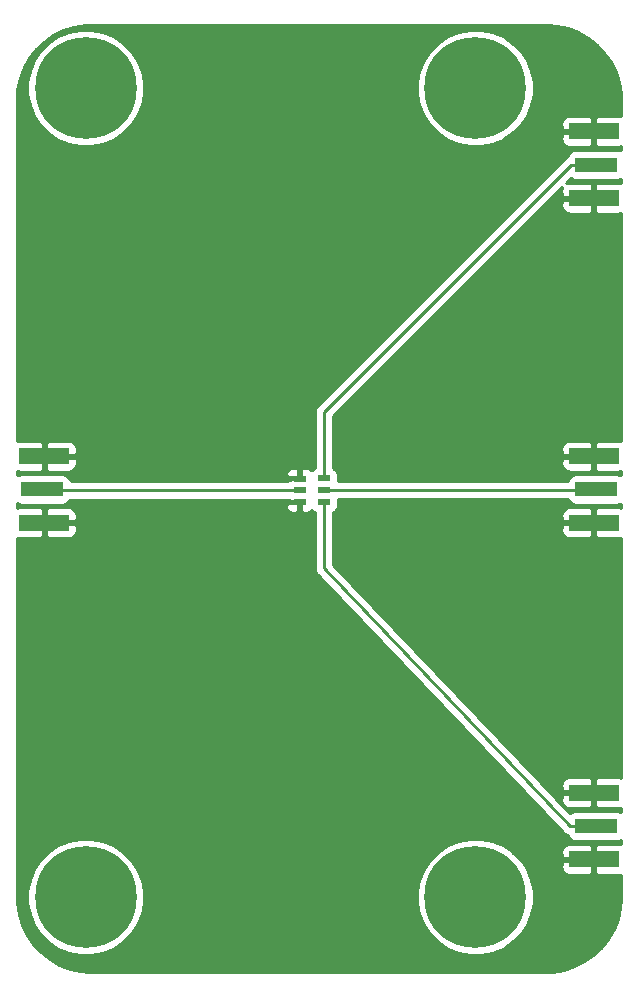
<source format=gbr>
%TF.GenerationSoftware,KiCad,Pcbnew,(5.1.6)-1*%
%TF.CreationDate,2020-10-09T05:29:33-04:00*%
%TF.ProjectId,RFID_PROJECT_3-WAY-SPLITTER,52464944-5f50-4524-9f4a-4543545f332d,B*%
%TF.SameCoordinates,Original*%
%TF.FileFunction,Copper,L1,Top*%
%TF.FilePolarity,Positive*%
%FSLAX46Y46*%
G04 Gerber Fmt 4.6, Leading zero omitted, Abs format (unit mm)*
G04 Created by KiCad (PCBNEW (5.1.6)-1) date 2020-10-09 05:29:33*
%MOMM*%
%LPD*%
G01*
G04 APERTURE LIST*
%TA.AperFunction,ComponentPad*%
%ADD10C,0.900000*%
%TD*%
%TA.AperFunction,ComponentPad*%
%ADD11C,8.600000*%
%TD*%
%TA.AperFunction,SMDPad,CuDef*%
%ADD12R,1.070000X0.600000*%
%TD*%
%TA.AperFunction,SMDPad,CuDef*%
%ADD13R,4.200000X1.350000*%
%TD*%
%TA.AperFunction,SMDPad,CuDef*%
%ADD14R,3.600000X1.270000*%
%TD*%
%TA.AperFunction,ViaPad*%
%ADD15C,1.000000*%
%TD*%
%TA.AperFunction,Conductor*%
%ADD16C,0.293370*%
%TD*%
%TA.AperFunction,Conductor*%
%ADD17C,0.254000*%
%TD*%
G04 APERTURE END LIST*
D10*
%TO.P,H4,1*%
%TO.N,N/C*%
X163280419Y-114219581D03*
X161000000Y-113275000D03*
X158719581Y-114219581D03*
X157775000Y-116500000D03*
X158719581Y-118780419D03*
X161000000Y-119725000D03*
X163280419Y-118780419D03*
X164225000Y-116500000D03*
D11*
X161000000Y-116500000D03*
%TD*%
D10*
%TO.P,H3,1*%
%TO.N,N/C*%
X130280419Y-114219581D03*
X128000000Y-113275000D03*
X125719581Y-114219581D03*
X124775000Y-116500000D03*
X125719581Y-118780419D03*
X128000000Y-119725000D03*
X130280419Y-118780419D03*
X131225000Y-116500000D03*
D11*
X128000000Y-116500000D03*
%TD*%
D10*
%TO.P,H2,1*%
%TO.N,N/C*%
X163280419Y-45719581D03*
X161000000Y-44775000D03*
X158719581Y-45719581D03*
X157775000Y-48000000D03*
X158719581Y-50280419D03*
X161000000Y-51225000D03*
X163280419Y-50280419D03*
X164225000Y-48000000D03*
D11*
X161000000Y-48000000D03*
%TD*%
D10*
%TO.P,H1,1*%
%TO.N,N/C*%
X130280419Y-45719581D03*
X128000000Y-44775000D03*
X125719581Y-45719581D03*
X124775000Y-48000000D03*
X125719581Y-50280419D03*
X128000000Y-51225000D03*
X130280419Y-50280419D03*
X131225000Y-48000000D03*
D11*
X128000000Y-48000000D03*
%TD*%
D12*
%TO.P,U1,6*%
%TO.N,Net-(J2-Pad1)*%
X148177501Y-81070000D03*
%TO.P,U1,1*%
%TO.N,GND*%
X146127501Y-81080000D03*
%TO.P,U1,5*%
%TO.N,Net-(J3-Pad1)*%
X148177501Y-82060000D03*
%TO.P,U1,2*%
%TO.N,Net-(J1-Pad1)*%
X146127501Y-82070000D03*
%TO.P,U1,4*%
%TO.N,Net-(J4-Pad1)*%
X148177501Y-83050000D03*
%TO.P,U1,3*%
%TO.N,GND*%
X146127501Y-83060000D03*
%TD*%
D13*
%TO.P,J1,2*%
%TO.N,GND*%
X124500000Y-79175000D03*
X124500000Y-84825000D03*
D14*
%TO.P,J1,1*%
%TO.N,Net-(J1-Pad1)*%
X124300000Y-82000000D03*
%TD*%
%TO.P,J2,1*%
%TO.N,Net-(J2-Pad1)*%
X171230001Y-54500000D03*
D13*
%TO.P,J2,2*%
%TO.N,GND*%
X171030001Y-51675000D03*
X171030001Y-57325000D03*
%TD*%
%TO.P,J3,2*%
%TO.N,GND*%
X171030001Y-84825000D03*
X171030001Y-79175000D03*
D14*
%TO.P,J3,1*%
%TO.N,Net-(J3-Pad1)*%
X171230001Y-82000000D03*
%TD*%
%TO.P,J4,1*%
%TO.N,Net-(J4-Pad1)*%
X171230001Y-110500000D03*
D13*
%TO.P,J4,2*%
%TO.N,GND*%
X171030001Y-107675000D03*
X171030001Y-113325000D03*
%TD*%
D15*
%TO.N,GND*%
X133000000Y-53500000D03*
X156000000Y-53500000D03*
X155000000Y-111500000D03*
X133000000Y-111500000D03*
%TD*%
D16*
%TO.N,Net-(J1-Pad1)*%
X124370000Y-82070000D02*
X124300000Y-82000000D01*
X146127501Y-82070000D02*
X124370000Y-82070000D01*
%TO.N,Net-(J2-Pad1)*%
X169136631Y-54500000D02*
X171230001Y-54500000D01*
X148177501Y-75459130D02*
X169136631Y-54500000D01*
X148177501Y-81070000D02*
X148177501Y-75459130D01*
%TO.N,Net-(J3-Pad1)*%
X171170001Y-82060000D02*
X171230001Y-82000000D01*
X148177501Y-82060000D02*
X171170001Y-82060000D01*
%TO.N,Net-(J4-Pad1)*%
X148177501Y-83000000D02*
X148177501Y-88677501D01*
X169000000Y-110500000D02*
X171230001Y-110500000D01*
X148177501Y-88677501D02*
X169000000Y-110500000D01*
%TD*%
D17*
%TO.N,GND*%
G36*
X145116251Y-82933000D02*
G01*
X145298740Y-82933000D01*
X145348321Y-82959502D01*
X145468019Y-82995812D01*
X145592501Y-83008072D01*
X146274501Y-83008072D01*
X146274501Y-83187000D01*
X146254501Y-83187000D01*
X146254501Y-83836250D01*
X146413251Y-83995000D01*
X146662501Y-83998072D01*
X146786983Y-83985812D01*
X146906681Y-83949502D01*
X147016995Y-83890537D01*
X147113686Y-83811185D01*
X147156604Y-83758889D01*
X147191316Y-83801185D01*
X147288007Y-83880537D01*
X147395816Y-83938163D01*
X147395817Y-88629904D01*
X147392250Y-88659088D01*
X147395817Y-88706731D01*
X147395817Y-88715899D01*
X147398679Y-88744952D01*
X147403746Y-88812636D01*
X147406223Y-88821548D01*
X147407128Y-88830738D01*
X147426810Y-88895623D01*
X147444978Y-88960991D01*
X147449142Y-88969240D01*
X147451825Y-88978086D01*
X147483800Y-89037907D01*
X147514359Y-89098452D01*
X147520053Y-89105732D01*
X147524410Y-89113883D01*
X147567434Y-89166307D01*
X147585453Y-89189345D01*
X147591794Y-89195990D01*
X147622093Y-89232910D01*
X147644813Y-89251556D01*
X168414285Y-111018481D01*
X168444591Y-111055409D01*
X168497033Y-111098447D01*
X168548427Y-111142682D01*
X168556473Y-111147228D01*
X168563618Y-111153092D01*
X168623448Y-111185072D01*
X168682485Y-111218430D01*
X168691261Y-111221318D01*
X168699415Y-111225677D01*
X168764332Y-111245369D01*
X168804088Y-111258454D01*
X168804189Y-111259482D01*
X168840499Y-111379180D01*
X168899464Y-111489494D01*
X168978816Y-111586185D01*
X169075507Y-111665537D01*
X169185821Y-111724502D01*
X169305519Y-111760812D01*
X169430001Y-111773072D01*
X173030001Y-111773072D01*
X173154483Y-111760812D01*
X173274181Y-111724502D01*
X173315001Y-111702683D01*
X173315001Y-112042546D01*
X173254483Y-112024188D01*
X173130001Y-112011928D01*
X171315751Y-112015000D01*
X171157001Y-112173750D01*
X171157001Y-113198000D01*
X171177001Y-113198000D01*
X171177001Y-113452000D01*
X171157001Y-113452000D01*
X171157001Y-114476250D01*
X171315751Y-114635000D01*
X173130001Y-114638072D01*
X173254483Y-114625812D01*
X173315001Y-114607454D01*
X173315001Y-116533647D01*
X173324913Y-116634283D01*
X173327554Y-116642990D01*
X173268561Y-117436841D01*
X173061231Y-118353106D01*
X172720748Y-119228657D01*
X172254590Y-120044265D01*
X171672995Y-120782014D01*
X170988749Y-121425689D01*
X170216871Y-121961160D01*
X169374323Y-122376659D01*
X168479624Y-122663054D01*
X167542414Y-122815689D01*
X167159055Y-122832427D01*
X167134283Y-122824912D01*
X167033647Y-122815000D01*
X128466353Y-122815000D01*
X128365717Y-122824912D01*
X128357007Y-122827554D01*
X127563159Y-122768561D01*
X126646894Y-122561231D01*
X125771343Y-122220748D01*
X124955735Y-121754590D01*
X124217986Y-121172995D01*
X123574311Y-120488749D01*
X123038840Y-119716871D01*
X122623341Y-118874323D01*
X122336946Y-117979624D01*
X122184311Y-117042414D01*
X122167573Y-116659055D01*
X122175088Y-116634283D01*
X122185000Y-116533647D01*
X122185000Y-116013945D01*
X123065000Y-116013945D01*
X123065000Y-116986055D01*
X123254650Y-117939486D01*
X123626660Y-118837599D01*
X124166735Y-119645879D01*
X124854121Y-120333265D01*
X125662401Y-120873340D01*
X126560514Y-121245350D01*
X127513945Y-121435000D01*
X128486055Y-121435000D01*
X129439486Y-121245350D01*
X130337599Y-120873340D01*
X131145879Y-120333265D01*
X131833265Y-119645879D01*
X132373340Y-118837599D01*
X132745350Y-117939486D01*
X132935000Y-116986055D01*
X132935000Y-116013945D01*
X156065000Y-116013945D01*
X156065000Y-116986055D01*
X156254650Y-117939486D01*
X156626660Y-118837599D01*
X157166735Y-119645879D01*
X157854121Y-120333265D01*
X158662401Y-120873340D01*
X159560514Y-121245350D01*
X160513945Y-121435000D01*
X161486055Y-121435000D01*
X162439486Y-121245350D01*
X163337599Y-120873340D01*
X164145879Y-120333265D01*
X164833265Y-119645879D01*
X165373340Y-118837599D01*
X165745350Y-117939486D01*
X165935000Y-116986055D01*
X165935000Y-116013945D01*
X165745350Y-115060514D01*
X165373340Y-114162401D01*
X165264828Y-114000000D01*
X168291929Y-114000000D01*
X168304189Y-114124482D01*
X168340499Y-114244180D01*
X168399464Y-114354494D01*
X168478816Y-114451185D01*
X168575507Y-114530537D01*
X168685821Y-114589502D01*
X168805519Y-114625812D01*
X168930001Y-114638072D01*
X170744251Y-114635000D01*
X170903001Y-114476250D01*
X170903001Y-113452000D01*
X168453751Y-113452000D01*
X168295001Y-113610750D01*
X168291929Y-114000000D01*
X165264828Y-114000000D01*
X164833265Y-113354121D01*
X164145879Y-112666735D01*
X164120834Y-112650000D01*
X168291929Y-112650000D01*
X168295001Y-113039250D01*
X168453751Y-113198000D01*
X170903001Y-113198000D01*
X170903001Y-112173750D01*
X170744251Y-112015000D01*
X168930001Y-112011928D01*
X168805519Y-112024188D01*
X168685821Y-112060498D01*
X168575507Y-112119463D01*
X168478816Y-112198815D01*
X168399464Y-112295506D01*
X168340499Y-112405820D01*
X168304189Y-112525518D01*
X168291929Y-112650000D01*
X164120834Y-112650000D01*
X163337599Y-112126660D01*
X162439486Y-111754650D01*
X161486055Y-111565000D01*
X160513945Y-111565000D01*
X159560514Y-111754650D01*
X158662401Y-112126660D01*
X157854121Y-112666735D01*
X157166735Y-113354121D01*
X156626660Y-114162401D01*
X156254650Y-115060514D01*
X156065000Y-116013945D01*
X132935000Y-116013945D01*
X132745350Y-115060514D01*
X132373340Y-114162401D01*
X131833265Y-113354121D01*
X131145879Y-112666735D01*
X130337599Y-112126660D01*
X129439486Y-111754650D01*
X128486055Y-111565000D01*
X127513945Y-111565000D01*
X126560514Y-111754650D01*
X125662401Y-112126660D01*
X124854121Y-112666735D01*
X124166735Y-113354121D01*
X123626660Y-114162401D01*
X123254650Y-115060514D01*
X123065000Y-116013945D01*
X122185000Y-116013945D01*
X122185000Y-86098354D01*
X122275518Y-86125812D01*
X122400000Y-86138072D01*
X124214250Y-86135000D01*
X124373000Y-85976250D01*
X124373000Y-84952000D01*
X124627000Y-84952000D01*
X124627000Y-85976250D01*
X124785750Y-86135000D01*
X126600000Y-86138072D01*
X126724482Y-86125812D01*
X126844180Y-86089502D01*
X126954494Y-86030537D01*
X127051185Y-85951185D01*
X127130537Y-85854494D01*
X127189502Y-85744180D01*
X127225812Y-85624482D01*
X127238072Y-85500000D01*
X127235000Y-85110750D01*
X127076250Y-84952000D01*
X124627000Y-84952000D01*
X124373000Y-84952000D01*
X124353000Y-84952000D01*
X124353000Y-84698000D01*
X124373000Y-84698000D01*
X124373000Y-83673750D01*
X124627000Y-83673750D01*
X124627000Y-84698000D01*
X127076250Y-84698000D01*
X127235000Y-84539250D01*
X127238072Y-84150000D01*
X127225812Y-84025518D01*
X127189502Y-83905820D01*
X127130537Y-83795506D01*
X127051185Y-83698815D01*
X126954494Y-83619463D01*
X126844180Y-83560498D01*
X126724482Y-83524188D01*
X126600000Y-83511928D01*
X124785750Y-83515000D01*
X124627000Y-83673750D01*
X124373000Y-83673750D01*
X124214250Y-83515000D01*
X122400000Y-83511928D01*
X122275518Y-83524188D01*
X122185000Y-83551646D01*
X122185000Y-83360000D01*
X144954429Y-83360000D01*
X144966689Y-83484482D01*
X145002999Y-83604180D01*
X145061964Y-83714494D01*
X145141316Y-83811185D01*
X145238007Y-83890537D01*
X145348321Y-83949502D01*
X145468019Y-83985812D01*
X145592501Y-83998072D01*
X145841751Y-83995000D01*
X146000501Y-83836250D01*
X146000501Y-83187000D01*
X145116251Y-83187000D01*
X144957501Y-83345750D01*
X144954429Y-83360000D01*
X122185000Y-83360000D01*
X122185000Y-83186647D01*
X122255820Y-83224502D01*
X122375518Y-83260812D01*
X122500000Y-83273072D01*
X126100000Y-83273072D01*
X126224482Y-83260812D01*
X126344180Y-83224502D01*
X126454494Y-83165537D01*
X126551185Y-83086185D01*
X126630537Y-82989494D01*
X126689502Y-82879180D01*
X126697843Y-82851685D01*
X145034936Y-82851685D01*
X145116251Y-82933000D01*
G37*
X145116251Y-82933000D02*
X145298740Y-82933000D01*
X145348321Y-82959502D01*
X145468019Y-82995812D01*
X145592501Y-83008072D01*
X146274501Y-83008072D01*
X146274501Y-83187000D01*
X146254501Y-83187000D01*
X146254501Y-83836250D01*
X146413251Y-83995000D01*
X146662501Y-83998072D01*
X146786983Y-83985812D01*
X146906681Y-83949502D01*
X147016995Y-83890537D01*
X147113686Y-83811185D01*
X147156604Y-83758889D01*
X147191316Y-83801185D01*
X147288007Y-83880537D01*
X147395816Y-83938163D01*
X147395817Y-88629904D01*
X147392250Y-88659088D01*
X147395817Y-88706731D01*
X147395817Y-88715899D01*
X147398679Y-88744952D01*
X147403746Y-88812636D01*
X147406223Y-88821548D01*
X147407128Y-88830738D01*
X147426810Y-88895623D01*
X147444978Y-88960991D01*
X147449142Y-88969240D01*
X147451825Y-88978086D01*
X147483800Y-89037907D01*
X147514359Y-89098452D01*
X147520053Y-89105732D01*
X147524410Y-89113883D01*
X147567434Y-89166307D01*
X147585453Y-89189345D01*
X147591794Y-89195990D01*
X147622093Y-89232910D01*
X147644813Y-89251556D01*
X168414285Y-111018481D01*
X168444591Y-111055409D01*
X168497033Y-111098447D01*
X168548427Y-111142682D01*
X168556473Y-111147228D01*
X168563618Y-111153092D01*
X168623448Y-111185072D01*
X168682485Y-111218430D01*
X168691261Y-111221318D01*
X168699415Y-111225677D01*
X168764332Y-111245369D01*
X168804088Y-111258454D01*
X168804189Y-111259482D01*
X168840499Y-111379180D01*
X168899464Y-111489494D01*
X168978816Y-111586185D01*
X169075507Y-111665537D01*
X169185821Y-111724502D01*
X169305519Y-111760812D01*
X169430001Y-111773072D01*
X173030001Y-111773072D01*
X173154483Y-111760812D01*
X173274181Y-111724502D01*
X173315001Y-111702683D01*
X173315001Y-112042546D01*
X173254483Y-112024188D01*
X173130001Y-112011928D01*
X171315751Y-112015000D01*
X171157001Y-112173750D01*
X171157001Y-113198000D01*
X171177001Y-113198000D01*
X171177001Y-113452000D01*
X171157001Y-113452000D01*
X171157001Y-114476250D01*
X171315751Y-114635000D01*
X173130001Y-114638072D01*
X173254483Y-114625812D01*
X173315001Y-114607454D01*
X173315001Y-116533647D01*
X173324913Y-116634283D01*
X173327554Y-116642990D01*
X173268561Y-117436841D01*
X173061231Y-118353106D01*
X172720748Y-119228657D01*
X172254590Y-120044265D01*
X171672995Y-120782014D01*
X170988749Y-121425689D01*
X170216871Y-121961160D01*
X169374323Y-122376659D01*
X168479624Y-122663054D01*
X167542414Y-122815689D01*
X167159055Y-122832427D01*
X167134283Y-122824912D01*
X167033647Y-122815000D01*
X128466353Y-122815000D01*
X128365717Y-122824912D01*
X128357007Y-122827554D01*
X127563159Y-122768561D01*
X126646894Y-122561231D01*
X125771343Y-122220748D01*
X124955735Y-121754590D01*
X124217986Y-121172995D01*
X123574311Y-120488749D01*
X123038840Y-119716871D01*
X122623341Y-118874323D01*
X122336946Y-117979624D01*
X122184311Y-117042414D01*
X122167573Y-116659055D01*
X122175088Y-116634283D01*
X122185000Y-116533647D01*
X122185000Y-116013945D01*
X123065000Y-116013945D01*
X123065000Y-116986055D01*
X123254650Y-117939486D01*
X123626660Y-118837599D01*
X124166735Y-119645879D01*
X124854121Y-120333265D01*
X125662401Y-120873340D01*
X126560514Y-121245350D01*
X127513945Y-121435000D01*
X128486055Y-121435000D01*
X129439486Y-121245350D01*
X130337599Y-120873340D01*
X131145879Y-120333265D01*
X131833265Y-119645879D01*
X132373340Y-118837599D01*
X132745350Y-117939486D01*
X132935000Y-116986055D01*
X132935000Y-116013945D01*
X156065000Y-116013945D01*
X156065000Y-116986055D01*
X156254650Y-117939486D01*
X156626660Y-118837599D01*
X157166735Y-119645879D01*
X157854121Y-120333265D01*
X158662401Y-120873340D01*
X159560514Y-121245350D01*
X160513945Y-121435000D01*
X161486055Y-121435000D01*
X162439486Y-121245350D01*
X163337599Y-120873340D01*
X164145879Y-120333265D01*
X164833265Y-119645879D01*
X165373340Y-118837599D01*
X165745350Y-117939486D01*
X165935000Y-116986055D01*
X165935000Y-116013945D01*
X165745350Y-115060514D01*
X165373340Y-114162401D01*
X165264828Y-114000000D01*
X168291929Y-114000000D01*
X168304189Y-114124482D01*
X168340499Y-114244180D01*
X168399464Y-114354494D01*
X168478816Y-114451185D01*
X168575507Y-114530537D01*
X168685821Y-114589502D01*
X168805519Y-114625812D01*
X168930001Y-114638072D01*
X170744251Y-114635000D01*
X170903001Y-114476250D01*
X170903001Y-113452000D01*
X168453751Y-113452000D01*
X168295001Y-113610750D01*
X168291929Y-114000000D01*
X165264828Y-114000000D01*
X164833265Y-113354121D01*
X164145879Y-112666735D01*
X164120834Y-112650000D01*
X168291929Y-112650000D01*
X168295001Y-113039250D01*
X168453751Y-113198000D01*
X170903001Y-113198000D01*
X170903001Y-112173750D01*
X170744251Y-112015000D01*
X168930001Y-112011928D01*
X168805519Y-112024188D01*
X168685821Y-112060498D01*
X168575507Y-112119463D01*
X168478816Y-112198815D01*
X168399464Y-112295506D01*
X168340499Y-112405820D01*
X168304189Y-112525518D01*
X168291929Y-112650000D01*
X164120834Y-112650000D01*
X163337599Y-112126660D01*
X162439486Y-111754650D01*
X161486055Y-111565000D01*
X160513945Y-111565000D01*
X159560514Y-111754650D01*
X158662401Y-112126660D01*
X157854121Y-112666735D01*
X157166735Y-113354121D01*
X156626660Y-114162401D01*
X156254650Y-115060514D01*
X156065000Y-116013945D01*
X132935000Y-116013945D01*
X132745350Y-115060514D01*
X132373340Y-114162401D01*
X131833265Y-113354121D01*
X131145879Y-112666735D01*
X130337599Y-112126660D01*
X129439486Y-111754650D01*
X128486055Y-111565000D01*
X127513945Y-111565000D01*
X126560514Y-111754650D01*
X125662401Y-112126660D01*
X124854121Y-112666735D01*
X124166735Y-113354121D01*
X123626660Y-114162401D01*
X123254650Y-115060514D01*
X123065000Y-116013945D01*
X122185000Y-116013945D01*
X122185000Y-86098354D01*
X122275518Y-86125812D01*
X122400000Y-86138072D01*
X124214250Y-86135000D01*
X124373000Y-85976250D01*
X124373000Y-84952000D01*
X124627000Y-84952000D01*
X124627000Y-85976250D01*
X124785750Y-86135000D01*
X126600000Y-86138072D01*
X126724482Y-86125812D01*
X126844180Y-86089502D01*
X126954494Y-86030537D01*
X127051185Y-85951185D01*
X127130537Y-85854494D01*
X127189502Y-85744180D01*
X127225812Y-85624482D01*
X127238072Y-85500000D01*
X127235000Y-85110750D01*
X127076250Y-84952000D01*
X124627000Y-84952000D01*
X124373000Y-84952000D01*
X124353000Y-84952000D01*
X124353000Y-84698000D01*
X124373000Y-84698000D01*
X124373000Y-83673750D01*
X124627000Y-83673750D01*
X124627000Y-84698000D01*
X127076250Y-84698000D01*
X127235000Y-84539250D01*
X127238072Y-84150000D01*
X127225812Y-84025518D01*
X127189502Y-83905820D01*
X127130537Y-83795506D01*
X127051185Y-83698815D01*
X126954494Y-83619463D01*
X126844180Y-83560498D01*
X126724482Y-83524188D01*
X126600000Y-83511928D01*
X124785750Y-83515000D01*
X124627000Y-83673750D01*
X124373000Y-83673750D01*
X124214250Y-83515000D01*
X122400000Y-83511928D01*
X122275518Y-83524188D01*
X122185000Y-83551646D01*
X122185000Y-83360000D01*
X144954429Y-83360000D01*
X144966689Y-83484482D01*
X145002999Y-83604180D01*
X145061964Y-83714494D01*
X145141316Y-83811185D01*
X145238007Y-83890537D01*
X145348321Y-83949502D01*
X145468019Y-83985812D01*
X145592501Y-83998072D01*
X145841751Y-83995000D01*
X146000501Y-83836250D01*
X146000501Y-83187000D01*
X145116251Y-83187000D01*
X144957501Y-83345750D01*
X144954429Y-83360000D01*
X122185000Y-83360000D01*
X122185000Y-83186647D01*
X122255820Y-83224502D01*
X122375518Y-83260812D01*
X122500000Y-83273072D01*
X126100000Y-83273072D01*
X126224482Y-83260812D01*
X126344180Y-83224502D01*
X126454494Y-83165537D01*
X126551185Y-83086185D01*
X126630537Y-82989494D01*
X126689502Y-82879180D01*
X126697843Y-82851685D01*
X145034936Y-82851685D01*
X145116251Y-82933000D01*
G36*
X168840499Y-82879180D02*
G01*
X168899464Y-82989494D01*
X168978816Y-83086185D01*
X169075507Y-83165537D01*
X169185821Y-83224502D01*
X169305519Y-83260812D01*
X169430001Y-83273072D01*
X173030001Y-83273072D01*
X173154483Y-83260812D01*
X173274181Y-83224502D01*
X173315001Y-83202683D01*
X173315001Y-83542546D01*
X173254483Y-83524188D01*
X173130001Y-83511928D01*
X171315751Y-83515000D01*
X171157001Y-83673750D01*
X171157001Y-84698000D01*
X171177001Y-84698000D01*
X171177001Y-84952000D01*
X171157001Y-84952000D01*
X171157001Y-85976250D01*
X171315751Y-86135000D01*
X173130001Y-86138072D01*
X173254483Y-86125812D01*
X173315001Y-86107454D01*
X173315001Y-106392546D01*
X173254483Y-106374188D01*
X173130001Y-106361928D01*
X171315751Y-106365000D01*
X171157001Y-106523750D01*
X171157001Y-107548000D01*
X171177001Y-107548000D01*
X171177001Y-107802000D01*
X171157001Y-107802000D01*
X171157001Y-108826250D01*
X171315751Y-108985000D01*
X173130001Y-108988072D01*
X173254483Y-108975812D01*
X173315001Y-108957454D01*
X173315001Y-109297317D01*
X173274181Y-109275498D01*
X173154483Y-109239188D01*
X173030001Y-109226928D01*
X169430001Y-109226928D01*
X169305519Y-109239188D01*
X169185821Y-109275498D01*
X169075507Y-109334463D01*
X169015388Y-109383801D01*
X168028961Y-108350000D01*
X168291929Y-108350000D01*
X168304189Y-108474482D01*
X168340499Y-108594180D01*
X168399464Y-108704494D01*
X168478816Y-108801185D01*
X168575507Y-108880537D01*
X168685821Y-108939502D01*
X168805519Y-108975812D01*
X168930001Y-108988072D01*
X170744251Y-108985000D01*
X170903001Y-108826250D01*
X170903001Y-107802000D01*
X168453751Y-107802000D01*
X168295001Y-107960750D01*
X168291929Y-108350000D01*
X168028961Y-108350000D01*
X166740824Y-107000000D01*
X168291929Y-107000000D01*
X168295001Y-107389250D01*
X168453751Y-107548000D01*
X170903001Y-107548000D01*
X170903001Y-106523750D01*
X170744251Y-106365000D01*
X168930001Y-106361928D01*
X168805519Y-106374188D01*
X168685821Y-106410498D01*
X168575507Y-106469463D01*
X168478816Y-106548815D01*
X168399464Y-106645506D01*
X168340499Y-106755820D01*
X168304189Y-106875518D01*
X168291929Y-107000000D01*
X166740824Y-107000000D01*
X148959186Y-88364401D01*
X148959186Y-85500000D01*
X168291929Y-85500000D01*
X168304189Y-85624482D01*
X168340499Y-85744180D01*
X168399464Y-85854494D01*
X168478816Y-85951185D01*
X168575507Y-86030537D01*
X168685821Y-86089502D01*
X168805519Y-86125812D01*
X168930001Y-86138072D01*
X170744251Y-86135000D01*
X170903001Y-85976250D01*
X170903001Y-84952000D01*
X168453751Y-84952000D01*
X168295001Y-85110750D01*
X168291929Y-85500000D01*
X148959186Y-85500000D01*
X148959186Y-84150000D01*
X168291929Y-84150000D01*
X168295001Y-84539250D01*
X168453751Y-84698000D01*
X170903001Y-84698000D01*
X170903001Y-83673750D01*
X170744251Y-83515000D01*
X168930001Y-83511928D01*
X168805519Y-83524188D01*
X168685821Y-83560498D01*
X168575507Y-83619463D01*
X168478816Y-83698815D01*
X168399464Y-83795506D01*
X168340499Y-83905820D01*
X168304189Y-84025518D01*
X168291929Y-84150000D01*
X148959186Y-84150000D01*
X148959186Y-83938163D01*
X149066995Y-83880537D01*
X149163686Y-83801185D01*
X149243038Y-83704494D01*
X149302003Y-83594180D01*
X149338313Y-83474482D01*
X149350573Y-83350000D01*
X149350573Y-82841685D01*
X168829125Y-82841685D01*
X168840499Y-82879180D01*
G37*
X168840499Y-82879180D02*
X168899464Y-82989494D01*
X168978816Y-83086185D01*
X169075507Y-83165537D01*
X169185821Y-83224502D01*
X169305519Y-83260812D01*
X169430001Y-83273072D01*
X173030001Y-83273072D01*
X173154483Y-83260812D01*
X173274181Y-83224502D01*
X173315001Y-83202683D01*
X173315001Y-83542546D01*
X173254483Y-83524188D01*
X173130001Y-83511928D01*
X171315751Y-83515000D01*
X171157001Y-83673750D01*
X171157001Y-84698000D01*
X171177001Y-84698000D01*
X171177001Y-84952000D01*
X171157001Y-84952000D01*
X171157001Y-85976250D01*
X171315751Y-86135000D01*
X173130001Y-86138072D01*
X173254483Y-86125812D01*
X173315001Y-86107454D01*
X173315001Y-106392546D01*
X173254483Y-106374188D01*
X173130001Y-106361928D01*
X171315751Y-106365000D01*
X171157001Y-106523750D01*
X171157001Y-107548000D01*
X171177001Y-107548000D01*
X171177001Y-107802000D01*
X171157001Y-107802000D01*
X171157001Y-108826250D01*
X171315751Y-108985000D01*
X173130001Y-108988072D01*
X173254483Y-108975812D01*
X173315001Y-108957454D01*
X173315001Y-109297317D01*
X173274181Y-109275498D01*
X173154483Y-109239188D01*
X173030001Y-109226928D01*
X169430001Y-109226928D01*
X169305519Y-109239188D01*
X169185821Y-109275498D01*
X169075507Y-109334463D01*
X169015388Y-109383801D01*
X168028961Y-108350000D01*
X168291929Y-108350000D01*
X168304189Y-108474482D01*
X168340499Y-108594180D01*
X168399464Y-108704494D01*
X168478816Y-108801185D01*
X168575507Y-108880537D01*
X168685821Y-108939502D01*
X168805519Y-108975812D01*
X168930001Y-108988072D01*
X170744251Y-108985000D01*
X170903001Y-108826250D01*
X170903001Y-107802000D01*
X168453751Y-107802000D01*
X168295001Y-107960750D01*
X168291929Y-108350000D01*
X168028961Y-108350000D01*
X166740824Y-107000000D01*
X168291929Y-107000000D01*
X168295001Y-107389250D01*
X168453751Y-107548000D01*
X170903001Y-107548000D01*
X170903001Y-106523750D01*
X170744251Y-106365000D01*
X168930001Y-106361928D01*
X168805519Y-106374188D01*
X168685821Y-106410498D01*
X168575507Y-106469463D01*
X168478816Y-106548815D01*
X168399464Y-106645506D01*
X168340499Y-106755820D01*
X168304189Y-106875518D01*
X168291929Y-107000000D01*
X166740824Y-107000000D01*
X148959186Y-88364401D01*
X148959186Y-85500000D01*
X168291929Y-85500000D01*
X168304189Y-85624482D01*
X168340499Y-85744180D01*
X168399464Y-85854494D01*
X168478816Y-85951185D01*
X168575507Y-86030537D01*
X168685821Y-86089502D01*
X168805519Y-86125812D01*
X168930001Y-86138072D01*
X170744251Y-86135000D01*
X170903001Y-85976250D01*
X170903001Y-84952000D01*
X168453751Y-84952000D01*
X168295001Y-85110750D01*
X168291929Y-85500000D01*
X148959186Y-85500000D01*
X148959186Y-84150000D01*
X168291929Y-84150000D01*
X168295001Y-84539250D01*
X168453751Y-84698000D01*
X170903001Y-84698000D01*
X170903001Y-83673750D01*
X170744251Y-83515000D01*
X168930001Y-83511928D01*
X168805519Y-83524188D01*
X168685821Y-83560498D01*
X168575507Y-83619463D01*
X168478816Y-83698815D01*
X168399464Y-83795506D01*
X168340499Y-83905820D01*
X168304189Y-84025518D01*
X168291929Y-84150000D01*
X148959186Y-84150000D01*
X148959186Y-83938163D01*
X149066995Y-83880537D01*
X149163686Y-83801185D01*
X149243038Y-83704494D01*
X149302003Y-83594180D01*
X149338313Y-83474482D01*
X149350573Y-83350000D01*
X149350573Y-82841685D01*
X168829125Y-82841685D01*
X168840499Y-82879180D01*
G36*
X128365717Y-42675088D02*
G01*
X128466353Y-42685000D01*
X167033647Y-42685000D01*
X167134283Y-42675088D01*
X167142993Y-42672446D01*
X167936842Y-42731439D01*
X168853106Y-42938769D01*
X169728657Y-43279252D01*
X170544265Y-43745410D01*
X171282014Y-44327005D01*
X171925689Y-45011251D01*
X172461160Y-45783129D01*
X172876659Y-46625677D01*
X173163054Y-47520376D01*
X173315689Y-48457579D01*
X173332427Y-48840946D01*
X173324912Y-48865718D01*
X173315000Y-48966354D01*
X173315000Y-50392546D01*
X173254483Y-50374188D01*
X173130001Y-50361928D01*
X171315751Y-50365000D01*
X171157001Y-50523750D01*
X171157001Y-51548000D01*
X171177001Y-51548000D01*
X171177001Y-51802000D01*
X171157001Y-51802000D01*
X171157001Y-52826250D01*
X171315751Y-52985000D01*
X173130001Y-52988072D01*
X173254483Y-52975812D01*
X173315000Y-52957454D01*
X173315000Y-53297317D01*
X173274181Y-53275498D01*
X173154483Y-53239188D01*
X173030001Y-53226928D01*
X169430001Y-53226928D01*
X169305519Y-53239188D01*
X169185821Y-53275498D01*
X169075507Y-53334463D01*
X168978816Y-53413815D01*
X168899464Y-53510506D01*
X168840499Y-53620820D01*
X168804189Y-53740518D01*
X168798904Y-53794176D01*
X168700249Y-53846908D01*
X168581222Y-53944591D01*
X168556746Y-53974415D01*
X147651917Y-74879245D01*
X147622093Y-74903721D01*
X147524410Y-75022748D01*
X147451825Y-75158545D01*
X147407127Y-75305893D01*
X147392035Y-75459130D01*
X147395817Y-75497530D01*
X147395816Y-80181837D01*
X147288007Y-80239463D01*
X147191316Y-80318815D01*
X147148398Y-80371111D01*
X147113686Y-80328815D01*
X147016995Y-80249463D01*
X146906681Y-80190498D01*
X146786983Y-80154188D01*
X146662501Y-80141928D01*
X146413251Y-80145000D01*
X146254501Y-80303750D01*
X146254501Y-80953000D01*
X146274501Y-80953000D01*
X146274501Y-81131928D01*
X145592501Y-81131928D01*
X145468019Y-81144188D01*
X145348321Y-81180498D01*
X145298740Y-81207000D01*
X145116251Y-81207000D01*
X145034936Y-81288315D01*
X126730519Y-81288315D01*
X126725812Y-81240518D01*
X126689502Y-81120820D01*
X126630537Y-81010506D01*
X126551185Y-80913815D01*
X126454494Y-80834463D01*
X126352603Y-80780000D01*
X144954429Y-80780000D01*
X144957501Y-80794250D01*
X145116251Y-80953000D01*
X146000501Y-80953000D01*
X146000501Y-80303750D01*
X145841751Y-80145000D01*
X145592501Y-80141928D01*
X145468019Y-80154188D01*
X145348321Y-80190498D01*
X145238007Y-80249463D01*
X145141316Y-80328815D01*
X145061964Y-80425506D01*
X145002999Y-80535820D01*
X144966689Y-80655518D01*
X144954429Y-80780000D01*
X126352603Y-80780000D01*
X126344180Y-80775498D01*
X126224482Y-80739188D01*
X126100000Y-80726928D01*
X122500000Y-80726928D01*
X122375518Y-80739188D01*
X122255820Y-80775498D01*
X122185000Y-80813353D01*
X122185000Y-80448354D01*
X122275518Y-80475812D01*
X122400000Y-80488072D01*
X124214250Y-80485000D01*
X124373000Y-80326250D01*
X124373000Y-79302000D01*
X124627000Y-79302000D01*
X124627000Y-80326250D01*
X124785750Y-80485000D01*
X126600000Y-80488072D01*
X126724482Y-80475812D01*
X126844180Y-80439502D01*
X126954494Y-80380537D01*
X127051185Y-80301185D01*
X127130537Y-80204494D01*
X127189502Y-80094180D01*
X127225812Y-79974482D01*
X127238072Y-79850000D01*
X127235000Y-79460750D01*
X127076250Y-79302000D01*
X124627000Y-79302000D01*
X124373000Y-79302000D01*
X124353000Y-79302000D01*
X124353000Y-79048000D01*
X124373000Y-79048000D01*
X124373000Y-78023750D01*
X124627000Y-78023750D01*
X124627000Y-79048000D01*
X127076250Y-79048000D01*
X127235000Y-78889250D01*
X127238072Y-78500000D01*
X127225812Y-78375518D01*
X127189502Y-78255820D01*
X127130537Y-78145506D01*
X127051185Y-78048815D01*
X126954494Y-77969463D01*
X126844180Y-77910498D01*
X126724482Y-77874188D01*
X126600000Y-77861928D01*
X124785750Y-77865000D01*
X124627000Y-78023750D01*
X124373000Y-78023750D01*
X124214250Y-77865000D01*
X122400000Y-77861928D01*
X122275518Y-77874188D01*
X122185000Y-77901646D01*
X122185000Y-48966353D01*
X122175088Y-48865717D01*
X122172446Y-48857007D01*
X122231439Y-48063158D01*
X122355713Y-47513945D01*
X123065000Y-47513945D01*
X123065000Y-48486055D01*
X123254650Y-49439486D01*
X123626660Y-50337599D01*
X124166735Y-51145879D01*
X124854121Y-51833265D01*
X125662401Y-52373340D01*
X126560514Y-52745350D01*
X127513945Y-52935000D01*
X128486055Y-52935000D01*
X129439486Y-52745350D01*
X130337599Y-52373340D01*
X131145879Y-51833265D01*
X131833265Y-51145879D01*
X132373340Y-50337599D01*
X132745350Y-49439486D01*
X132935000Y-48486055D01*
X132935000Y-47513945D01*
X156065000Y-47513945D01*
X156065000Y-48486055D01*
X156254650Y-49439486D01*
X156626660Y-50337599D01*
X157166735Y-51145879D01*
X157854121Y-51833265D01*
X158662401Y-52373340D01*
X159560514Y-52745350D01*
X160513945Y-52935000D01*
X161486055Y-52935000D01*
X162439486Y-52745350D01*
X163337599Y-52373340D01*
X163372529Y-52350000D01*
X168291929Y-52350000D01*
X168304189Y-52474482D01*
X168340499Y-52594180D01*
X168399464Y-52704494D01*
X168478816Y-52801185D01*
X168575507Y-52880537D01*
X168685821Y-52939502D01*
X168805519Y-52975812D01*
X168930001Y-52988072D01*
X170744251Y-52985000D01*
X170903001Y-52826250D01*
X170903001Y-51802000D01*
X168453751Y-51802000D01*
X168295001Y-51960750D01*
X168291929Y-52350000D01*
X163372529Y-52350000D01*
X164145879Y-51833265D01*
X164833265Y-51145879D01*
X164930738Y-51000000D01*
X168291929Y-51000000D01*
X168295001Y-51389250D01*
X168453751Y-51548000D01*
X170903001Y-51548000D01*
X170903001Y-50523750D01*
X170744251Y-50365000D01*
X168930001Y-50361928D01*
X168805519Y-50374188D01*
X168685821Y-50410498D01*
X168575507Y-50469463D01*
X168478816Y-50548815D01*
X168399464Y-50645506D01*
X168340499Y-50755820D01*
X168304189Y-50875518D01*
X168291929Y-51000000D01*
X164930738Y-51000000D01*
X165373340Y-50337599D01*
X165745350Y-49439486D01*
X165935000Y-48486055D01*
X165935000Y-47513945D01*
X165745350Y-46560514D01*
X165373340Y-45662401D01*
X164833265Y-44854121D01*
X164145879Y-44166735D01*
X163337599Y-43626660D01*
X162439486Y-43254650D01*
X161486055Y-43065000D01*
X160513945Y-43065000D01*
X159560514Y-43254650D01*
X158662401Y-43626660D01*
X157854121Y-44166735D01*
X157166735Y-44854121D01*
X156626660Y-45662401D01*
X156254650Y-46560514D01*
X156065000Y-47513945D01*
X132935000Y-47513945D01*
X132745350Y-46560514D01*
X132373340Y-45662401D01*
X131833265Y-44854121D01*
X131145879Y-44166735D01*
X130337599Y-43626660D01*
X129439486Y-43254650D01*
X128486055Y-43065000D01*
X127513945Y-43065000D01*
X126560514Y-43254650D01*
X125662401Y-43626660D01*
X124854121Y-44166735D01*
X124166735Y-44854121D01*
X123626660Y-45662401D01*
X123254650Y-46560514D01*
X123065000Y-47513945D01*
X122355713Y-47513945D01*
X122438769Y-47146894D01*
X122779252Y-46271343D01*
X123245410Y-45455735D01*
X123827005Y-44717986D01*
X124511251Y-44074311D01*
X125283129Y-43538840D01*
X126125677Y-43123341D01*
X127020376Y-42836946D01*
X127957579Y-42684311D01*
X128340945Y-42667573D01*
X128365717Y-42675088D01*
G37*
X128365717Y-42675088D02*
X128466353Y-42685000D01*
X167033647Y-42685000D01*
X167134283Y-42675088D01*
X167142993Y-42672446D01*
X167936842Y-42731439D01*
X168853106Y-42938769D01*
X169728657Y-43279252D01*
X170544265Y-43745410D01*
X171282014Y-44327005D01*
X171925689Y-45011251D01*
X172461160Y-45783129D01*
X172876659Y-46625677D01*
X173163054Y-47520376D01*
X173315689Y-48457579D01*
X173332427Y-48840946D01*
X173324912Y-48865718D01*
X173315000Y-48966354D01*
X173315000Y-50392546D01*
X173254483Y-50374188D01*
X173130001Y-50361928D01*
X171315751Y-50365000D01*
X171157001Y-50523750D01*
X171157001Y-51548000D01*
X171177001Y-51548000D01*
X171177001Y-51802000D01*
X171157001Y-51802000D01*
X171157001Y-52826250D01*
X171315751Y-52985000D01*
X173130001Y-52988072D01*
X173254483Y-52975812D01*
X173315000Y-52957454D01*
X173315000Y-53297317D01*
X173274181Y-53275498D01*
X173154483Y-53239188D01*
X173030001Y-53226928D01*
X169430001Y-53226928D01*
X169305519Y-53239188D01*
X169185821Y-53275498D01*
X169075507Y-53334463D01*
X168978816Y-53413815D01*
X168899464Y-53510506D01*
X168840499Y-53620820D01*
X168804189Y-53740518D01*
X168798904Y-53794176D01*
X168700249Y-53846908D01*
X168581222Y-53944591D01*
X168556746Y-53974415D01*
X147651917Y-74879245D01*
X147622093Y-74903721D01*
X147524410Y-75022748D01*
X147451825Y-75158545D01*
X147407127Y-75305893D01*
X147392035Y-75459130D01*
X147395817Y-75497530D01*
X147395816Y-80181837D01*
X147288007Y-80239463D01*
X147191316Y-80318815D01*
X147148398Y-80371111D01*
X147113686Y-80328815D01*
X147016995Y-80249463D01*
X146906681Y-80190498D01*
X146786983Y-80154188D01*
X146662501Y-80141928D01*
X146413251Y-80145000D01*
X146254501Y-80303750D01*
X146254501Y-80953000D01*
X146274501Y-80953000D01*
X146274501Y-81131928D01*
X145592501Y-81131928D01*
X145468019Y-81144188D01*
X145348321Y-81180498D01*
X145298740Y-81207000D01*
X145116251Y-81207000D01*
X145034936Y-81288315D01*
X126730519Y-81288315D01*
X126725812Y-81240518D01*
X126689502Y-81120820D01*
X126630537Y-81010506D01*
X126551185Y-80913815D01*
X126454494Y-80834463D01*
X126352603Y-80780000D01*
X144954429Y-80780000D01*
X144957501Y-80794250D01*
X145116251Y-80953000D01*
X146000501Y-80953000D01*
X146000501Y-80303750D01*
X145841751Y-80145000D01*
X145592501Y-80141928D01*
X145468019Y-80154188D01*
X145348321Y-80190498D01*
X145238007Y-80249463D01*
X145141316Y-80328815D01*
X145061964Y-80425506D01*
X145002999Y-80535820D01*
X144966689Y-80655518D01*
X144954429Y-80780000D01*
X126352603Y-80780000D01*
X126344180Y-80775498D01*
X126224482Y-80739188D01*
X126100000Y-80726928D01*
X122500000Y-80726928D01*
X122375518Y-80739188D01*
X122255820Y-80775498D01*
X122185000Y-80813353D01*
X122185000Y-80448354D01*
X122275518Y-80475812D01*
X122400000Y-80488072D01*
X124214250Y-80485000D01*
X124373000Y-80326250D01*
X124373000Y-79302000D01*
X124627000Y-79302000D01*
X124627000Y-80326250D01*
X124785750Y-80485000D01*
X126600000Y-80488072D01*
X126724482Y-80475812D01*
X126844180Y-80439502D01*
X126954494Y-80380537D01*
X127051185Y-80301185D01*
X127130537Y-80204494D01*
X127189502Y-80094180D01*
X127225812Y-79974482D01*
X127238072Y-79850000D01*
X127235000Y-79460750D01*
X127076250Y-79302000D01*
X124627000Y-79302000D01*
X124373000Y-79302000D01*
X124353000Y-79302000D01*
X124353000Y-79048000D01*
X124373000Y-79048000D01*
X124373000Y-78023750D01*
X124627000Y-78023750D01*
X124627000Y-79048000D01*
X127076250Y-79048000D01*
X127235000Y-78889250D01*
X127238072Y-78500000D01*
X127225812Y-78375518D01*
X127189502Y-78255820D01*
X127130537Y-78145506D01*
X127051185Y-78048815D01*
X126954494Y-77969463D01*
X126844180Y-77910498D01*
X126724482Y-77874188D01*
X126600000Y-77861928D01*
X124785750Y-77865000D01*
X124627000Y-78023750D01*
X124373000Y-78023750D01*
X124214250Y-77865000D01*
X122400000Y-77861928D01*
X122275518Y-77874188D01*
X122185000Y-77901646D01*
X122185000Y-48966353D01*
X122175088Y-48865717D01*
X122172446Y-48857007D01*
X122231439Y-48063158D01*
X122355713Y-47513945D01*
X123065000Y-47513945D01*
X123065000Y-48486055D01*
X123254650Y-49439486D01*
X123626660Y-50337599D01*
X124166735Y-51145879D01*
X124854121Y-51833265D01*
X125662401Y-52373340D01*
X126560514Y-52745350D01*
X127513945Y-52935000D01*
X128486055Y-52935000D01*
X129439486Y-52745350D01*
X130337599Y-52373340D01*
X131145879Y-51833265D01*
X131833265Y-51145879D01*
X132373340Y-50337599D01*
X132745350Y-49439486D01*
X132935000Y-48486055D01*
X132935000Y-47513945D01*
X156065000Y-47513945D01*
X156065000Y-48486055D01*
X156254650Y-49439486D01*
X156626660Y-50337599D01*
X157166735Y-51145879D01*
X157854121Y-51833265D01*
X158662401Y-52373340D01*
X159560514Y-52745350D01*
X160513945Y-52935000D01*
X161486055Y-52935000D01*
X162439486Y-52745350D01*
X163337599Y-52373340D01*
X163372529Y-52350000D01*
X168291929Y-52350000D01*
X168304189Y-52474482D01*
X168340499Y-52594180D01*
X168399464Y-52704494D01*
X168478816Y-52801185D01*
X168575507Y-52880537D01*
X168685821Y-52939502D01*
X168805519Y-52975812D01*
X168930001Y-52988072D01*
X170744251Y-52985000D01*
X170903001Y-52826250D01*
X170903001Y-51802000D01*
X168453751Y-51802000D01*
X168295001Y-51960750D01*
X168291929Y-52350000D01*
X163372529Y-52350000D01*
X164145879Y-51833265D01*
X164833265Y-51145879D01*
X164930738Y-51000000D01*
X168291929Y-51000000D01*
X168295001Y-51389250D01*
X168453751Y-51548000D01*
X170903001Y-51548000D01*
X170903001Y-50523750D01*
X170744251Y-50365000D01*
X168930001Y-50361928D01*
X168805519Y-50374188D01*
X168685821Y-50410498D01*
X168575507Y-50469463D01*
X168478816Y-50548815D01*
X168399464Y-50645506D01*
X168340499Y-50755820D01*
X168304189Y-50875518D01*
X168291929Y-51000000D01*
X164930738Y-51000000D01*
X165373340Y-50337599D01*
X165745350Y-49439486D01*
X165935000Y-48486055D01*
X165935000Y-47513945D01*
X165745350Y-46560514D01*
X165373340Y-45662401D01*
X164833265Y-44854121D01*
X164145879Y-44166735D01*
X163337599Y-43626660D01*
X162439486Y-43254650D01*
X161486055Y-43065000D01*
X160513945Y-43065000D01*
X159560514Y-43254650D01*
X158662401Y-43626660D01*
X157854121Y-44166735D01*
X157166735Y-44854121D01*
X156626660Y-45662401D01*
X156254650Y-46560514D01*
X156065000Y-47513945D01*
X132935000Y-47513945D01*
X132745350Y-46560514D01*
X132373340Y-45662401D01*
X131833265Y-44854121D01*
X131145879Y-44166735D01*
X130337599Y-43626660D01*
X129439486Y-43254650D01*
X128486055Y-43065000D01*
X127513945Y-43065000D01*
X126560514Y-43254650D01*
X125662401Y-43626660D01*
X124854121Y-44166735D01*
X124166735Y-44854121D01*
X123626660Y-45662401D01*
X123254650Y-46560514D01*
X123065000Y-47513945D01*
X122355713Y-47513945D01*
X122438769Y-47146894D01*
X122779252Y-46271343D01*
X123245410Y-45455735D01*
X123827005Y-44717986D01*
X124511251Y-44074311D01*
X125283129Y-43538840D01*
X126125677Y-43123341D01*
X127020376Y-42836946D01*
X127957579Y-42684311D01*
X128340945Y-42667573D01*
X128365717Y-42675088D01*
G36*
X169185821Y-55724502D02*
G01*
X169305519Y-55760812D01*
X169430001Y-55773072D01*
X173030001Y-55773072D01*
X173154483Y-55760812D01*
X173274181Y-55724502D01*
X173315000Y-55702683D01*
X173315000Y-56042546D01*
X173254483Y-56024188D01*
X173130001Y-56011928D01*
X171315751Y-56015000D01*
X171157001Y-56173750D01*
X171157001Y-57198000D01*
X171177001Y-57198000D01*
X171177001Y-57452000D01*
X171157001Y-57452000D01*
X171157001Y-58476250D01*
X171315751Y-58635000D01*
X173130001Y-58638072D01*
X173254483Y-58625812D01*
X173315000Y-58607454D01*
X173315000Y-77892546D01*
X173254483Y-77874188D01*
X173130001Y-77861928D01*
X171315751Y-77865000D01*
X171157001Y-78023750D01*
X171157001Y-79048000D01*
X171177001Y-79048000D01*
X171177001Y-79302000D01*
X171157001Y-79302000D01*
X171157001Y-80326250D01*
X171315751Y-80485000D01*
X173130001Y-80488072D01*
X173254483Y-80475812D01*
X173315000Y-80457454D01*
X173315000Y-80797317D01*
X173274181Y-80775498D01*
X173154483Y-80739188D01*
X173030001Y-80726928D01*
X169430001Y-80726928D01*
X169305519Y-80739188D01*
X169185821Y-80775498D01*
X169075507Y-80834463D01*
X168978816Y-80913815D01*
X168899464Y-81010506D01*
X168840499Y-81120820D01*
X168804189Y-81240518D01*
X168800466Y-81278315D01*
X149350573Y-81278315D01*
X149350573Y-80770000D01*
X149338313Y-80645518D01*
X149302003Y-80525820D01*
X149243038Y-80415506D01*
X149163686Y-80318815D01*
X149066995Y-80239463D01*
X148959186Y-80181837D01*
X148959186Y-79850000D01*
X168291929Y-79850000D01*
X168304189Y-79974482D01*
X168340499Y-80094180D01*
X168399464Y-80204494D01*
X168478816Y-80301185D01*
X168575507Y-80380537D01*
X168685821Y-80439502D01*
X168805519Y-80475812D01*
X168930001Y-80488072D01*
X170744251Y-80485000D01*
X170903001Y-80326250D01*
X170903001Y-79302000D01*
X168453751Y-79302000D01*
X168295001Y-79460750D01*
X168291929Y-79850000D01*
X148959186Y-79850000D01*
X148959186Y-78500000D01*
X168291929Y-78500000D01*
X168295001Y-78889250D01*
X168453751Y-79048000D01*
X170903001Y-79048000D01*
X170903001Y-78023750D01*
X170744251Y-77865000D01*
X168930001Y-77861928D01*
X168805519Y-77874188D01*
X168685821Y-77910498D01*
X168575507Y-77969463D01*
X168478816Y-78048815D01*
X168399464Y-78145506D01*
X168340499Y-78255820D01*
X168304189Y-78375518D01*
X168291929Y-78500000D01*
X148959186Y-78500000D01*
X148959186Y-75782914D01*
X166742100Y-58000000D01*
X168291929Y-58000000D01*
X168304189Y-58124482D01*
X168340499Y-58244180D01*
X168399464Y-58354494D01*
X168478816Y-58451185D01*
X168575507Y-58530537D01*
X168685821Y-58589502D01*
X168805519Y-58625812D01*
X168930001Y-58638072D01*
X170744251Y-58635000D01*
X170903001Y-58476250D01*
X170903001Y-57452000D01*
X168453751Y-57452000D01*
X168295001Y-57610750D01*
X168291929Y-58000000D01*
X166742100Y-58000000D01*
X168345343Y-56396758D01*
X168340499Y-56405820D01*
X168304189Y-56525518D01*
X168291929Y-56650000D01*
X168295001Y-57039250D01*
X168453751Y-57198000D01*
X170903001Y-57198000D01*
X170903001Y-56173750D01*
X170744251Y-56015000D01*
X168930001Y-56011928D01*
X168805519Y-56024188D01*
X168685821Y-56060498D01*
X168676759Y-56065342D01*
X169076196Y-55665905D01*
X169185821Y-55724502D01*
G37*
X169185821Y-55724502D02*
X169305519Y-55760812D01*
X169430001Y-55773072D01*
X173030001Y-55773072D01*
X173154483Y-55760812D01*
X173274181Y-55724502D01*
X173315000Y-55702683D01*
X173315000Y-56042546D01*
X173254483Y-56024188D01*
X173130001Y-56011928D01*
X171315751Y-56015000D01*
X171157001Y-56173750D01*
X171157001Y-57198000D01*
X171177001Y-57198000D01*
X171177001Y-57452000D01*
X171157001Y-57452000D01*
X171157001Y-58476250D01*
X171315751Y-58635000D01*
X173130001Y-58638072D01*
X173254483Y-58625812D01*
X173315000Y-58607454D01*
X173315000Y-77892546D01*
X173254483Y-77874188D01*
X173130001Y-77861928D01*
X171315751Y-77865000D01*
X171157001Y-78023750D01*
X171157001Y-79048000D01*
X171177001Y-79048000D01*
X171177001Y-79302000D01*
X171157001Y-79302000D01*
X171157001Y-80326250D01*
X171315751Y-80485000D01*
X173130001Y-80488072D01*
X173254483Y-80475812D01*
X173315000Y-80457454D01*
X173315000Y-80797317D01*
X173274181Y-80775498D01*
X173154483Y-80739188D01*
X173030001Y-80726928D01*
X169430001Y-80726928D01*
X169305519Y-80739188D01*
X169185821Y-80775498D01*
X169075507Y-80834463D01*
X168978816Y-80913815D01*
X168899464Y-81010506D01*
X168840499Y-81120820D01*
X168804189Y-81240518D01*
X168800466Y-81278315D01*
X149350573Y-81278315D01*
X149350573Y-80770000D01*
X149338313Y-80645518D01*
X149302003Y-80525820D01*
X149243038Y-80415506D01*
X149163686Y-80318815D01*
X149066995Y-80239463D01*
X148959186Y-80181837D01*
X148959186Y-79850000D01*
X168291929Y-79850000D01*
X168304189Y-79974482D01*
X168340499Y-80094180D01*
X168399464Y-80204494D01*
X168478816Y-80301185D01*
X168575507Y-80380537D01*
X168685821Y-80439502D01*
X168805519Y-80475812D01*
X168930001Y-80488072D01*
X170744251Y-80485000D01*
X170903001Y-80326250D01*
X170903001Y-79302000D01*
X168453751Y-79302000D01*
X168295001Y-79460750D01*
X168291929Y-79850000D01*
X148959186Y-79850000D01*
X148959186Y-78500000D01*
X168291929Y-78500000D01*
X168295001Y-78889250D01*
X168453751Y-79048000D01*
X170903001Y-79048000D01*
X170903001Y-78023750D01*
X170744251Y-77865000D01*
X168930001Y-77861928D01*
X168805519Y-77874188D01*
X168685821Y-77910498D01*
X168575507Y-77969463D01*
X168478816Y-78048815D01*
X168399464Y-78145506D01*
X168340499Y-78255820D01*
X168304189Y-78375518D01*
X168291929Y-78500000D01*
X148959186Y-78500000D01*
X148959186Y-75782914D01*
X166742100Y-58000000D01*
X168291929Y-58000000D01*
X168304189Y-58124482D01*
X168340499Y-58244180D01*
X168399464Y-58354494D01*
X168478816Y-58451185D01*
X168575507Y-58530537D01*
X168685821Y-58589502D01*
X168805519Y-58625812D01*
X168930001Y-58638072D01*
X170744251Y-58635000D01*
X170903001Y-58476250D01*
X170903001Y-57452000D01*
X168453751Y-57452000D01*
X168295001Y-57610750D01*
X168291929Y-58000000D01*
X166742100Y-58000000D01*
X168345343Y-56396758D01*
X168340499Y-56405820D01*
X168304189Y-56525518D01*
X168291929Y-56650000D01*
X168295001Y-57039250D01*
X168453751Y-57198000D01*
X170903001Y-57198000D01*
X170903001Y-56173750D01*
X170744251Y-56015000D01*
X168930001Y-56011928D01*
X168805519Y-56024188D01*
X168685821Y-56060498D01*
X168676759Y-56065342D01*
X169076196Y-55665905D01*
X169185821Y-55724502D01*
%TD*%
M02*

</source>
